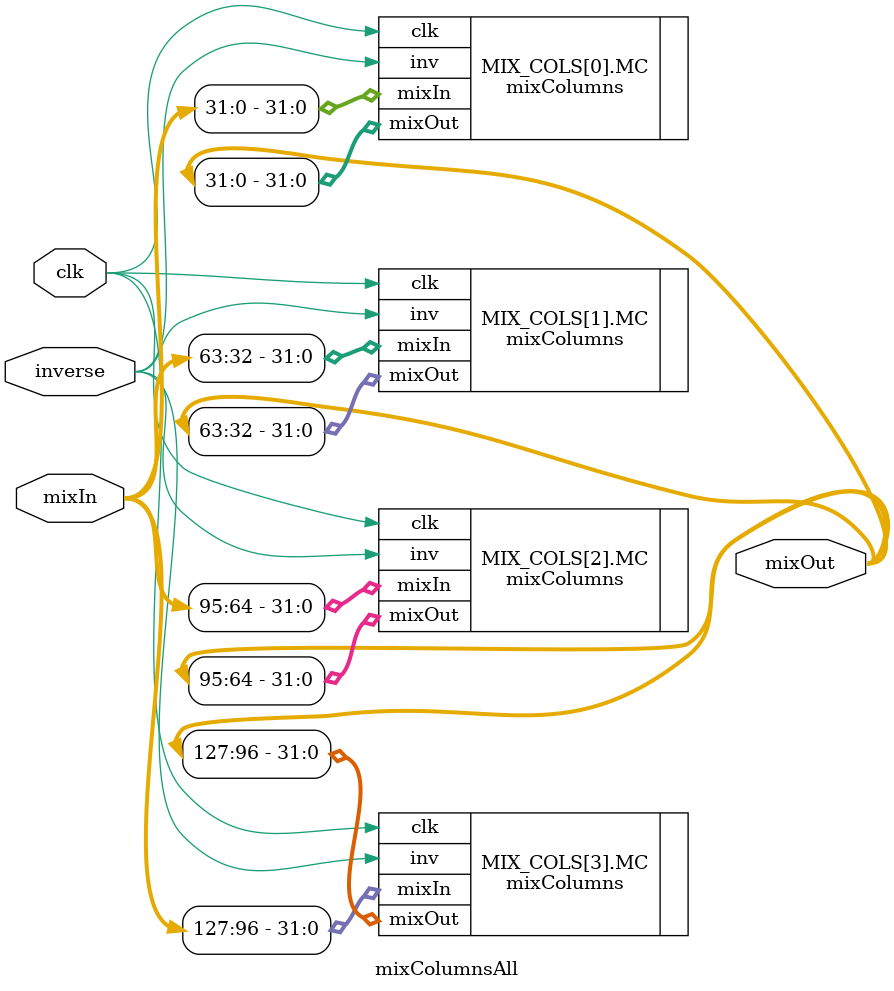
<source format=v>
`timescale 1ns / 1ps
module mixColumnsAll(
		output [127:0] mixOut,
		input [127:0] mixIn,
		input clk,
		input inverse
    );

	genvar i;

	generate
		for (i=0; i < 4; i=i+1) begin : MIX_COLS
				mixColumns MC(.mixOut(mixOut[(32*i+31):(32*i)]), .mixIn(mixIn[(32*i+31):(32*i)]), .clk(clk), .inv(inverse));
		end
	endgenerate

endmodule
</source>
